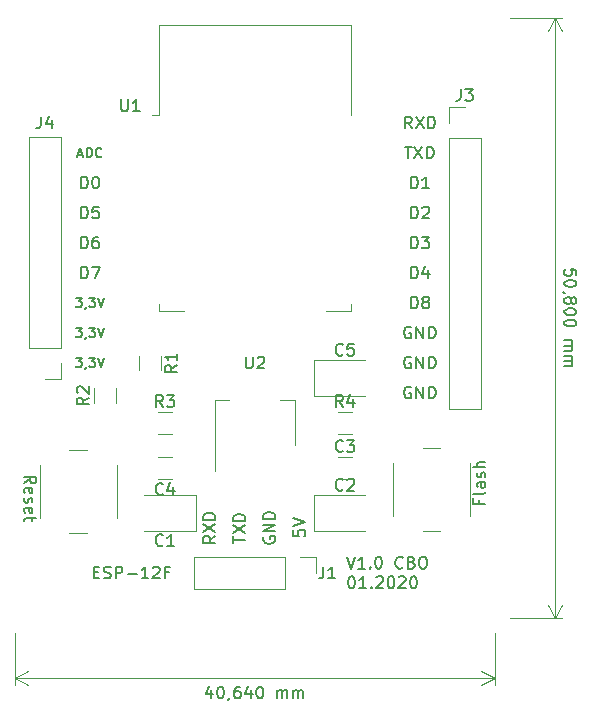
<source format=gbr>
G04 #@! TF.GenerationSoftware,KiCad,Pcbnew,5.1.5-52549c5~84~ubuntu16.04.1*
G04 #@! TF.CreationDate,2020-02-22T18:21:11+01:00*
G04 #@! TF.ProjectId,ESP-12F Board,4553502d-3132-4462-9042-6f6172642e6b,rev?*
G04 #@! TF.SameCoordinates,Original*
G04 #@! TF.FileFunction,Legend,Top*
G04 #@! TF.FilePolarity,Positive*
%FSLAX46Y46*%
G04 Gerber Fmt 4.6, Leading zero omitted, Abs format (unit mm)*
G04 Created by KiCad (PCBNEW 5.1.5-52549c5~84~ubuntu16.04.1) date 2020-02-22 18:21:11*
%MOMM*%
%LPD*%
G04 APERTURE LIST*
%ADD10C,0.150000*%
%ADD11C,0.120000*%
%ADD12C,0.130000*%
G04 APERTURE END LIST*
D10*
X162752738Y-109117380D02*
X163086071Y-110117380D01*
X163419404Y-109117380D01*
X164276547Y-110117380D02*
X163705119Y-110117380D01*
X163990833Y-110117380D02*
X163990833Y-109117380D01*
X163895595Y-109260238D01*
X163800357Y-109355476D01*
X163705119Y-109403095D01*
X164705119Y-110022142D02*
X164752738Y-110069761D01*
X164705119Y-110117380D01*
X164657500Y-110069761D01*
X164705119Y-110022142D01*
X164705119Y-110117380D01*
X165371785Y-109117380D02*
X165467023Y-109117380D01*
X165562261Y-109165000D01*
X165609880Y-109212619D01*
X165657500Y-109307857D01*
X165705119Y-109498333D01*
X165705119Y-109736428D01*
X165657500Y-109926904D01*
X165609880Y-110022142D01*
X165562261Y-110069761D01*
X165467023Y-110117380D01*
X165371785Y-110117380D01*
X165276547Y-110069761D01*
X165228928Y-110022142D01*
X165181309Y-109926904D01*
X165133690Y-109736428D01*
X165133690Y-109498333D01*
X165181309Y-109307857D01*
X165228928Y-109212619D01*
X165276547Y-109165000D01*
X165371785Y-109117380D01*
X167467023Y-110022142D02*
X167419404Y-110069761D01*
X167276547Y-110117380D01*
X167181309Y-110117380D01*
X167038452Y-110069761D01*
X166943214Y-109974523D01*
X166895595Y-109879285D01*
X166847976Y-109688809D01*
X166847976Y-109545952D01*
X166895595Y-109355476D01*
X166943214Y-109260238D01*
X167038452Y-109165000D01*
X167181309Y-109117380D01*
X167276547Y-109117380D01*
X167419404Y-109165000D01*
X167467023Y-109212619D01*
X168228928Y-109593571D02*
X168371785Y-109641190D01*
X168419404Y-109688809D01*
X168467023Y-109784047D01*
X168467023Y-109926904D01*
X168419404Y-110022142D01*
X168371785Y-110069761D01*
X168276547Y-110117380D01*
X167895595Y-110117380D01*
X167895595Y-109117380D01*
X168228928Y-109117380D01*
X168324166Y-109165000D01*
X168371785Y-109212619D01*
X168419404Y-109307857D01*
X168419404Y-109403095D01*
X168371785Y-109498333D01*
X168324166Y-109545952D01*
X168228928Y-109593571D01*
X167895595Y-109593571D01*
X169086071Y-109117380D02*
X169276547Y-109117380D01*
X169371785Y-109165000D01*
X169467023Y-109260238D01*
X169514642Y-109450714D01*
X169514642Y-109784047D01*
X169467023Y-109974523D01*
X169371785Y-110069761D01*
X169276547Y-110117380D01*
X169086071Y-110117380D01*
X168990833Y-110069761D01*
X168895595Y-109974523D01*
X168847976Y-109784047D01*
X168847976Y-109450714D01*
X168895595Y-109260238D01*
X168990833Y-109165000D01*
X169086071Y-109117380D01*
X163086071Y-110767380D02*
X163181309Y-110767380D01*
X163276547Y-110815000D01*
X163324166Y-110862619D01*
X163371785Y-110957857D01*
X163419404Y-111148333D01*
X163419404Y-111386428D01*
X163371785Y-111576904D01*
X163324166Y-111672142D01*
X163276547Y-111719761D01*
X163181309Y-111767380D01*
X163086071Y-111767380D01*
X162990833Y-111719761D01*
X162943214Y-111672142D01*
X162895595Y-111576904D01*
X162847976Y-111386428D01*
X162847976Y-111148333D01*
X162895595Y-110957857D01*
X162943214Y-110862619D01*
X162990833Y-110815000D01*
X163086071Y-110767380D01*
X164371785Y-111767380D02*
X163800357Y-111767380D01*
X164086071Y-111767380D02*
X164086071Y-110767380D01*
X163990833Y-110910238D01*
X163895595Y-111005476D01*
X163800357Y-111053095D01*
X164800357Y-111672142D02*
X164847976Y-111719761D01*
X164800357Y-111767380D01*
X164752738Y-111719761D01*
X164800357Y-111672142D01*
X164800357Y-111767380D01*
X165228928Y-110862619D02*
X165276547Y-110815000D01*
X165371785Y-110767380D01*
X165609880Y-110767380D01*
X165705119Y-110815000D01*
X165752738Y-110862619D01*
X165800357Y-110957857D01*
X165800357Y-111053095D01*
X165752738Y-111195952D01*
X165181309Y-111767380D01*
X165800357Y-111767380D01*
X166419404Y-110767380D02*
X166514642Y-110767380D01*
X166609880Y-110815000D01*
X166657500Y-110862619D01*
X166705119Y-110957857D01*
X166752738Y-111148333D01*
X166752738Y-111386428D01*
X166705119Y-111576904D01*
X166657500Y-111672142D01*
X166609880Y-111719761D01*
X166514642Y-111767380D01*
X166419404Y-111767380D01*
X166324166Y-111719761D01*
X166276547Y-111672142D01*
X166228928Y-111576904D01*
X166181309Y-111386428D01*
X166181309Y-111148333D01*
X166228928Y-110957857D01*
X166276547Y-110862619D01*
X166324166Y-110815000D01*
X166419404Y-110767380D01*
X167133690Y-110862619D02*
X167181309Y-110815000D01*
X167276547Y-110767380D01*
X167514642Y-110767380D01*
X167609880Y-110815000D01*
X167657500Y-110862619D01*
X167705119Y-110957857D01*
X167705119Y-111053095D01*
X167657500Y-111195952D01*
X167086071Y-111767380D01*
X167705119Y-111767380D01*
X168324166Y-110767380D02*
X168419404Y-110767380D01*
X168514642Y-110815000D01*
X168562261Y-110862619D01*
X168609880Y-110957857D01*
X168657500Y-111148333D01*
X168657500Y-111386428D01*
X168609880Y-111576904D01*
X168562261Y-111672142D01*
X168514642Y-111719761D01*
X168419404Y-111767380D01*
X168324166Y-111767380D01*
X168228928Y-111719761D01*
X168181309Y-111672142D01*
X168133690Y-111576904D01*
X168086071Y-111386428D01*
X168086071Y-111148333D01*
X168133690Y-110957857D01*
X168181309Y-110862619D01*
X168228928Y-110815000D01*
X168324166Y-110767380D01*
X155710000Y-107441904D02*
X155662380Y-107537142D01*
X155662380Y-107680000D01*
X155710000Y-107822857D01*
X155805238Y-107918095D01*
X155900476Y-107965714D01*
X156090952Y-108013333D01*
X156233809Y-108013333D01*
X156424285Y-107965714D01*
X156519523Y-107918095D01*
X156614761Y-107822857D01*
X156662380Y-107680000D01*
X156662380Y-107584761D01*
X156614761Y-107441904D01*
X156567142Y-107394285D01*
X156233809Y-107394285D01*
X156233809Y-107584761D01*
X156662380Y-106965714D02*
X155662380Y-106965714D01*
X156662380Y-106394285D01*
X155662380Y-106394285D01*
X156662380Y-105918095D02*
X155662380Y-105918095D01*
X155662380Y-105680000D01*
X155710000Y-105537142D01*
X155805238Y-105441904D01*
X155900476Y-105394285D01*
X156090952Y-105346666D01*
X156233809Y-105346666D01*
X156424285Y-105394285D01*
X156519523Y-105441904D01*
X156614761Y-105537142D01*
X156662380Y-105680000D01*
X156662380Y-105918095D01*
X151273333Y-120435714D02*
X151273333Y-121102380D01*
X151035238Y-120054761D02*
X150797142Y-120769047D01*
X151416190Y-120769047D01*
X151987619Y-120102380D02*
X152082857Y-120102380D01*
X152178095Y-120150000D01*
X152225714Y-120197619D01*
X152273333Y-120292857D01*
X152320952Y-120483333D01*
X152320952Y-120721428D01*
X152273333Y-120911904D01*
X152225714Y-121007142D01*
X152178095Y-121054761D01*
X152082857Y-121102380D01*
X151987619Y-121102380D01*
X151892380Y-121054761D01*
X151844761Y-121007142D01*
X151797142Y-120911904D01*
X151749523Y-120721428D01*
X151749523Y-120483333D01*
X151797142Y-120292857D01*
X151844761Y-120197619D01*
X151892380Y-120150000D01*
X151987619Y-120102380D01*
X152797142Y-121054761D02*
X152797142Y-121102380D01*
X152749523Y-121197619D01*
X152701904Y-121245238D01*
X153654285Y-120102380D02*
X153463809Y-120102380D01*
X153368571Y-120150000D01*
X153320952Y-120197619D01*
X153225714Y-120340476D01*
X153178095Y-120530952D01*
X153178095Y-120911904D01*
X153225714Y-121007142D01*
X153273333Y-121054761D01*
X153368571Y-121102380D01*
X153559047Y-121102380D01*
X153654285Y-121054761D01*
X153701904Y-121007142D01*
X153749523Y-120911904D01*
X153749523Y-120673809D01*
X153701904Y-120578571D01*
X153654285Y-120530952D01*
X153559047Y-120483333D01*
X153368571Y-120483333D01*
X153273333Y-120530952D01*
X153225714Y-120578571D01*
X153178095Y-120673809D01*
X154606666Y-120435714D02*
X154606666Y-121102380D01*
X154368571Y-120054761D02*
X154130476Y-120769047D01*
X154749523Y-120769047D01*
X155320952Y-120102380D02*
X155416190Y-120102380D01*
X155511428Y-120150000D01*
X155559047Y-120197619D01*
X155606666Y-120292857D01*
X155654285Y-120483333D01*
X155654285Y-120721428D01*
X155606666Y-120911904D01*
X155559047Y-121007142D01*
X155511428Y-121054761D01*
X155416190Y-121102380D01*
X155320952Y-121102380D01*
X155225714Y-121054761D01*
X155178095Y-121007142D01*
X155130476Y-120911904D01*
X155082857Y-120721428D01*
X155082857Y-120483333D01*
X155130476Y-120292857D01*
X155178095Y-120197619D01*
X155225714Y-120150000D01*
X155320952Y-120102380D01*
X156844761Y-121102380D02*
X156844761Y-120435714D01*
X156844761Y-120530952D02*
X156892380Y-120483333D01*
X156987619Y-120435714D01*
X157130476Y-120435714D01*
X157225714Y-120483333D01*
X157273333Y-120578571D01*
X157273333Y-121102380D01*
X157273333Y-120578571D02*
X157320952Y-120483333D01*
X157416190Y-120435714D01*
X157559047Y-120435714D01*
X157654285Y-120483333D01*
X157701904Y-120578571D01*
X157701904Y-121102380D01*
X158178095Y-121102380D02*
X158178095Y-120435714D01*
X158178095Y-120530952D02*
X158225714Y-120483333D01*
X158320952Y-120435714D01*
X158463809Y-120435714D01*
X158559047Y-120483333D01*
X158606666Y-120578571D01*
X158606666Y-121102380D01*
X158606666Y-120578571D02*
X158654285Y-120483333D01*
X158749523Y-120435714D01*
X158892380Y-120435714D01*
X158987619Y-120483333D01*
X159035238Y-120578571D01*
X159035238Y-121102380D01*
D11*
X134620000Y-119380000D02*
X175260000Y-119380000D01*
X134620000Y-115570000D02*
X134620000Y-119966421D01*
X175260000Y-115570000D02*
X175260000Y-119966421D01*
X175260000Y-119380000D02*
X174133496Y-119966421D01*
X175260000Y-119380000D02*
X174133496Y-118793579D01*
X134620000Y-119380000D02*
X135746504Y-119966421D01*
X134620000Y-119380000D02*
X135746504Y-118793579D01*
D10*
X182157619Y-85280952D02*
X182157619Y-84804761D01*
X181681428Y-84757142D01*
X181729047Y-84804761D01*
X181776666Y-84900000D01*
X181776666Y-85138095D01*
X181729047Y-85233333D01*
X181681428Y-85280952D01*
X181586190Y-85328571D01*
X181348095Y-85328571D01*
X181252857Y-85280952D01*
X181205238Y-85233333D01*
X181157619Y-85138095D01*
X181157619Y-84900000D01*
X181205238Y-84804761D01*
X181252857Y-84757142D01*
X182157619Y-85947619D02*
X182157619Y-86042857D01*
X182110000Y-86138095D01*
X182062380Y-86185714D01*
X181967142Y-86233333D01*
X181776666Y-86280952D01*
X181538571Y-86280952D01*
X181348095Y-86233333D01*
X181252857Y-86185714D01*
X181205238Y-86138095D01*
X181157619Y-86042857D01*
X181157619Y-85947619D01*
X181205238Y-85852380D01*
X181252857Y-85804761D01*
X181348095Y-85757142D01*
X181538571Y-85709523D01*
X181776666Y-85709523D01*
X181967142Y-85757142D01*
X182062380Y-85804761D01*
X182110000Y-85852380D01*
X182157619Y-85947619D01*
X181205238Y-86757142D02*
X181157619Y-86757142D01*
X181062380Y-86709523D01*
X181014761Y-86661904D01*
X181729047Y-87328571D02*
X181776666Y-87233333D01*
X181824285Y-87185714D01*
X181919523Y-87138095D01*
X181967142Y-87138095D01*
X182062380Y-87185714D01*
X182110000Y-87233333D01*
X182157619Y-87328571D01*
X182157619Y-87519047D01*
X182110000Y-87614285D01*
X182062380Y-87661904D01*
X181967142Y-87709523D01*
X181919523Y-87709523D01*
X181824285Y-87661904D01*
X181776666Y-87614285D01*
X181729047Y-87519047D01*
X181729047Y-87328571D01*
X181681428Y-87233333D01*
X181633809Y-87185714D01*
X181538571Y-87138095D01*
X181348095Y-87138095D01*
X181252857Y-87185714D01*
X181205238Y-87233333D01*
X181157619Y-87328571D01*
X181157619Y-87519047D01*
X181205238Y-87614285D01*
X181252857Y-87661904D01*
X181348095Y-87709523D01*
X181538571Y-87709523D01*
X181633809Y-87661904D01*
X181681428Y-87614285D01*
X181729047Y-87519047D01*
X182157619Y-88328571D02*
X182157619Y-88423809D01*
X182110000Y-88519047D01*
X182062380Y-88566666D01*
X181967142Y-88614285D01*
X181776666Y-88661904D01*
X181538571Y-88661904D01*
X181348095Y-88614285D01*
X181252857Y-88566666D01*
X181205238Y-88519047D01*
X181157619Y-88423809D01*
X181157619Y-88328571D01*
X181205238Y-88233333D01*
X181252857Y-88185714D01*
X181348095Y-88138095D01*
X181538571Y-88090476D01*
X181776666Y-88090476D01*
X181967142Y-88138095D01*
X182062380Y-88185714D01*
X182110000Y-88233333D01*
X182157619Y-88328571D01*
X182157619Y-89280952D02*
X182157619Y-89376190D01*
X182110000Y-89471428D01*
X182062380Y-89519047D01*
X181967142Y-89566666D01*
X181776666Y-89614285D01*
X181538571Y-89614285D01*
X181348095Y-89566666D01*
X181252857Y-89519047D01*
X181205238Y-89471428D01*
X181157619Y-89376190D01*
X181157619Y-89280952D01*
X181205238Y-89185714D01*
X181252857Y-89138095D01*
X181348095Y-89090476D01*
X181538571Y-89042857D01*
X181776666Y-89042857D01*
X181967142Y-89090476D01*
X182062380Y-89138095D01*
X182110000Y-89185714D01*
X182157619Y-89280952D01*
X181157619Y-90804761D02*
X181824285Y-90804761D01*
X181729047Y-90804761D02*
X181776666Y-90852380D01*
X181824285Y-90947619D01*
X181824285Y-91090476D01*
X181776666Y-91185714D01*
X181681428Y-91233333D01*
X181157619Y-91233333D01*
X181681428Y-91233333D02*
X181776666Y-91280952D01*
X181824285Y-91376190D01*
X181824285Y-91519047D01*
X181776666Y-91614285D01*
X181681428Y-91661904D01*
X181157619Y-91661904D01*
X181157619Y-92138095D02*
X181824285Y-92138095D01*
X181729047Y-92138095D02*
X181776666Y-92185714D01*
X181824285Y-92280952D01*
X181824285Y-92423809D01*
X181776666Y-92519047D01*
X181681428Y-92566666D01*
X181157619Y-92566666D01*
X181681428Y-92566666D02*
X181776666Y-92614285D01*
X181824285Y-92709523D01*
X181824285Y-92852380D01*
X181776666Y-92947619D01*
X181681428Y-92995238D01*
X181157619Y-92995238D01*
D11*
X180340000Y-63500000D02*
X180340000Y-114300000D01*
X176530000Y-63500000D02*
X180926421Y-63500000D01*
X176530000Y-114300000D02*
X180926421Y-114300000D01*
X180340000Y-114300000D02*
X179753579Y-113173496D01*
X180340000Y-114300000D02*
X180926421Y-113173496D01*
X180340000Y-63500000D02*
X179753579Y-64626504D01*
X180340000Y-63500000D02*
X180926421Y-64626504D01*
D10*
X168148095Y-94750000D02*
X168052857Y-94702380D01*
X167910000Y-94702380D01*
X167767142Y-94750000D01*
X167671904Y-94845238D01*
X167624285Y-94940476D01*
X167576666Y-95130952D01*
X167576666Y-95273809D01*
X167624285Y-95464285D01*
X167671904Y-95559523D01*
X167767142Y-95654761D01*
X167910000Y-95702380D01*
X168005238Y-95702380D01*
X168148095Y-95654761D01*
X168195714Y-95607142D01*
X168195714Y-95273809D01*
X168005238Y-95273809D01*
X168624285Y-95702380D02*
X168624285Y-94702380D01*
X169195714Y-95702380D01*
X169195714Y-94702380D01*
X169671904Y-95702380D02*
X169671904Y-94702380D01*
X169910000Y-94702380D01*
X170052857Y-94750000D01*
X170148095Y-94845238D01*
X170195714Y-94940476D01*
X170243333Y-95130952D01*
X170243333Y-95273809D01*
X170195714Y-95464285D01*
X170148095Y-95559523D01*
X170052857Y-95654761D01*
X169910000Y-95702380D01*
X169671904Y-95702380D01*
X168148095Y-92210000D02*
X168052857Y-92162380D01*
X167910000Y-92162380D01*
X167767142Y-92210000D01*
X167671904Y-92305238D01*
X167624285Y-92400476D01*
X167576666Y-92590952D01*
X167576666Y-92733809D01*
X167624285Y-92924285D01*
X167671904Y-93019523D01*
X167767142Y-93114761D01*
X167910000Y-93162380D01*
X168005238Y-93162380D01*
X168148095Y-93114761D01*
X168195714Y-93067142D01*
X168195714Y-92733809D01*
X168005238Y-92733809D01*
X168624285Y-93162380D02*
X168624285Y-92162380D01*
X169195714Y-93162380D01*
X169195714Y-92162380D01*
X169671904Y-93162380D02*
X169671904Y-92162380D01*
X169910000Y-92162380D01*
X170052857Y-92210000D01*
X170148095Y-92305238D01*
X170195714Y-92400476D01*
X170243333Y-92590952D01*
X170243333Y-92733809D01*
X170195714Y-92924285D01*
X170148095Y-93019523D01*
X170052857Y-93114761D01*
X169910000Y-93162380D01*
X169671904Y-93162380D01*
X168148095Y-89670000D02*
X168052857Y-89622380D01*
X167910000Y-89622380D01*
X167767142Y-89670000D01*
X167671904Y-89765238D01*
X167624285Y-89860476D01*
X167576666Y-90050952D01*
X167576666Y-90193809D01*
X167624285Y-90384285D01*
X167671904Y-90479523D01*
X167767142Y-90574761D01*
X167910000Y-90622380D01*
X168005238Y-90622380D01*
X168148095Y-90574761D01*
X168195714Y-90527142D01*
X168195714Y-90193809D01*
X168005238Y-90193809D01*
X168624285Y-90622380D02*
X168624285Y-89622380D01*
X169195714Y-90622380D01*
X169195714Y-89622380D01*
X169671904Y-90622380D02*
X169671904Y-89622380D01*
X169910000Y-89622380D01*
X170052857Y-89670000D01*
X170148095Y-89765238D01*
X170195714Y-89860476D01*
X170243333Y-90050952D01*
X170243333Y-90193809D01*
X170195714Y-90384285D01*
X170148095Y-90479523D01*
X170052857Y-90574761D01*
X169910000Y-90622380D01*
X169671904Y-90622380D01*
X168171904Y-88082380D02*
X168171904Y-87082380D01*
X168410000Y-87082380D01*
X168552857Y-87130000D01*
X168648095Y-87225238D01*
X168695714Y-87320476D01*
X168743333Y-87510952D01*
X168743333Y-87653809D01*
X168695714Y-87844285D01*
X168648095Y-87939523D01*
X168552857Y-88034761D01*
X168410000Y-88082380D01*
X168171904Y-88082380D01*
X169314761Y-87510952D02*
X169219523Y-87463333D01*
X169171904Y-87415714D01*
X169124285Y-87320476D01*
X169124285Y-87272857D01*
X169171904Y-87177619D01*
X169219523Y-87130000D01*
X169314761Y-87082380D01*
X169505238Y-87082380D01*
X169600476Y-87130000D01*
X169648095Y-87177619D01*
X169695714Y-87272857D01*
X169695714Y-87320476D01*
X169648095Y-87415714D01*
X169600476Y-87463333D01*
X169505238Y-87510952D01*
X169314761Y-87510952D01*
X169219523Y-87558571D01*
X169171904Y-87606190D01*
X169124285Y-87701428D01*
X169124285Y-87891904D01*
X169171904Y-87987142D01*
X169219523Y-88034761D01*
X169314761Y-88082380D01*
X169505238Y-88082380D01*
X169600476Y-88034761D01*
X169648095Y-87987142D01*
X169695714Y-87891904D01*
X169695714Y-87701428D01*
X169648095Y-87606190D01*
X169600476Y-87558571D01*
X169505238Y-87510952D01*
X168171904Y-85542380D02*
X168171904Y-84542380D01*
X168410000Y-84542380D01*
X168552857Y-84590000D01*
X168648095Y-84685238D01*
X168695714Y-84780476D01*
X168743333Y-84970952D01*
X168743333Y-85113809D01*
X168695714Y-85304285D01*
X168648095Y-85399523D01*
X168552857Y-85494761D01*
X168410000Y-85542380D01*
X168171904Y-85542380D01*
X169600476Y-84875714D02*
X169600476Y-85542380D01*
X169362380Y-84494761D02*
X169124285Y-85209047D01*
X169743333Y-85209047D01*
X168171904Y-83002380D02*
X168171904Y-82002380D01*
X168410000Y-82002380D01*
X168552857Y-82050000D01*
X168648095Y-82145238D01*
X168695714Y-82240476D01*
X168743333Y-82430952D01*
X168743333Y-82573809D01*
X168695714Y-82764285D01*
X168648095Y-82859523D01*
X168552857Y-82954761D01*
X168410000Y-83002380D01*
X168171904Y-83002380D01*
X169076666Y-82002380D02*
X169695714Y-82002380D01*
X169362380Y-82383333D01*
X169505238Y-82383333D01*
X169600476Y-82430952D01*
X169648095Y-82478571D01*
X169695714Y-82573809D01*
X169695714Y-82811904D01*
X169648095Y-82907142D01*
X169600476Y-82954761D01*
X169505238Y-83002380D01*
X169219523Y-83002380D01*
X169124285Y-82954761D01*
X169076666Y-82907142D01*
X168171904Y-80462380D02*
X168171904Y-79462380D01*
X168410000Y-79462380D01*
X168552857Y-79510000D01*
X168648095Y-79605238D01*
X168695714Y-79700476D01*
X168743333Y-79890952D01*
X168743333Y-80033809D01*
X168695714Y-80224285D01*
X168648095Y-80319523D01*
X168552857Y-80414761D01*
X168410000Y-80462380D01*
X168171904Y-80462380D01*
X169124285Y-79557619D02*
X169171904Y-79510000D01*
X169267142Y-79462380D01*
X169505238Y-79462380D01*
X169600476Y-79510000D01*
X169648095Y-79557619D01*
X169695714Y-79652857D01*
X169695714Y-79748095D01*
X169648095Y-79890952D01*
X169076666Y-80462380D01*
X169695714Y-80462380D01*
X168171904Y-77922380D02*
X168171904Y-76922380D01*
X168410000Y-76922380D01*
X168552857Y-76970000D01*
X168648095Y-77065238D01*
X168695714Y-77160476D01*
X168743333Y-77350952D01*
X168743333Y-77493809D01*
X168695714Y-77684285D01*
X168648095Y-77779523D01*
X168552857Y-77874761D01*
X168410000Y-77922380D01*
X168171904Y-77922380D01*
X169695714Y-77922380D02*
X169124285Y-77922380D01*
X169410000Y-77922380D02*
X169410000Y-76922380D01*
X169314761Y-77065238D01*
X169219523Y-77160476D01*
X169124285Y-77208095D01*
X167648095Y-74382380D02*
X168219523Y-74382380D01*
X167933809Y-75382380D02*
X167933809Y-74382380D01*
X168457619Y-74382380D02*
X169124285Y-75382380D01*
X169124285Y-74382380D02*
X168457619Y-75382380D01*
X169505238Y-75382380D02*
X169505238Y-74382380D01*
X169743333Y-74382380D01*
X169886190Y-74430000D01*
X169981428Y-74525238D01*
X170029047Y-74620476D01*
X170076666Y-74810952D01*
X170076666Y-74953809D01*
X170029047Y-75144285D01*
X169981428Y-75239523D01*
X169886190Y-75334761D01*
X169743333Y-75382380D01*
X169505238Y-75382380D01*
X168243333Y-72842380D02*
X167910000Y-72366190D01*
X167671904Y-72842380D02*
X167671904Y-71842380D01*
X168052857Y-71842380D01*
X168148095Y-71890000D01*
X168195714Y-71937619D01*
X168243333Y-72032857D01*
X168243333Y-72175714D01*
X168195714Y-72270952D01*
X168148095Y-72318571D01*
X168052857Y-72366190D01*
X167671904Y-72366190D01*
X168576666Y-71842380D02*
X169243333Y-72842380D01*
X169243333Y-71842380D02*
X168576666Y-72842380D01*
X169624285Y-72842380D02*
X169624285Y-71842380D01*
X169862380Y-71842380D01*
X170005238Y-71890000D01*
X170100476Y-71985238D01*
X170148095Y-72080476D01*
X170195714Y-72270952D01*
X170195714Y-72413809D01*
X170148095Y-72604285D01*
X170100476Y-72699523D01*
X170005238Y-72794761D01*
X169862380Y-72842380D01*
X169624285Y-72842380D01*
D12*
X139789047Y-92271904D02*
X140284285Y-92271904D01*
X140017619Y-92576666D01*
X140131904Y-92576666D01*
X140208095Y-92614761D01*
X140246190Y-92652857D01*
X140284285Y-92729047D01*
X140284285Y-92919523D01*
X140246190Y-92995714D01*
X140208095Y-93033809D01*
X140131904Y-93071904D01*
X139903333Y-93071904D01*
X139827142Y-93033809D01*
X139789047Y-92995714D01*
X140665238Y-93033809D02*
X140665238Y-93071904D01*
X140627142Y-93148095D01*
X140589047Y-93186190D01*
X140931904Y-92271904D02*
X141427142Y-92271904D01*
X141160476Y-92576666D01*
X141274761Y-92576666D01*
X141350952Y-92614761D01*
X141389047Y-92652857D01*
X141427142Y-92729047D01*
X141427142Y-92919523D01*
X141389047Y-92995714D01*
X141350952Y-93033809D01*
X141274761Y-93071904D01*
X141046190Y-93071904D01*
X140970000Y-93033809D01*
X140931904Y-92995714D01*
X141655714Y-92271904D02*
X141922380Y-93071904D01*
X142189047Y-92271904D01*
X139789047Y-89731904D02*
X140284285Y-89731904D01*
X140017619Y-90036666D01*
X140131904Y-90036666D01*
X140208095Y-90074761D01*
X140246190Y-90112857D01*
X140284285Y-90189047D01*
X140284285Y-90379523D01*
X140246190Y-90455714D01*
X140208095Y-90493809D01*
X140131904Y-90531904D01*
X139903333Y-90531904D01*
X139827142Y-90493809D01*
X139789047Y-90455714D01*
X140665238Y-90493809D02*
X140665238Y-90531904D01*
X140627142Y-90608095D01*
X140589047Y-90646190D01*
X140931904Y-89731904D02*
X141427142Y-89731904D01*
X141160476Y-90036666D01*
X141274761Y-90036666D01*
X141350952Y-90074761D01*
X141389047Y-90112857D01*
X141427142Y-90189047D01*
X141427142Y-90379523D01*
X141389047Y-90455714D01*
X141350952Y-90493809D01*
X141274761Y-90531904D01*
X141046190Y-90531904D01*
X140970000Y-90493809D01*
X140931904Y-90455714D01*
X141655714Y-89731904D02*
X141922380Y-90531904D01*
X142189047Y-89731904D01*
X139789047Y-87191904D02*
X140284285Y-87191904D01*
X140017619Y-87496666D01*
X140131904Y-87496666D01*
X140208095Y-87534761D01*
X140246190Y-87572857D01*
X140284285Y-87649047D01*
X140284285Y-87839523D01*
X140246190Y-87915714D01*
X140208095Y-87953809D01*
X140131904Y-87991904D01*
X139903333Y-87991904D01*
X139827142Y-87953809D01*
X139789047Y-87915714D01*
X140665238Y-87953809D02*
X140665238Y-87991904D01*
X140627142Y-88068095D01*
X140589047Y-88106190D01*
X140931904Y-87191904D02*
X141427142Y-87191904D01*
X141160476Y-87496666D01*
X141274761Y-87496666D01*
X141350952Y-87534761D01*
X141389047Y-87572857D01*
X141427142Y-87649047D01*
X141427142Y-87839523D01*
X141389047Y-87915714D01*
X141350952Y-87953809D01*
X141274761Y-87991904D01*
X141046190Y-87991904D01*
X140970000Y-87953809D01*
X140931904Y-87915714D01*
X141655714Y-87191904D02*
X141922380Y-87991904D01*
X142189047Y-87191904D01*
D10*
X140231904Y-85542380D02*
X140231904Y-84542380D01*
X140470000Y-84542380D01*
X140612857Y-84590000D01*
X140708095Y-84685238D01*
X140755714Y-84780476D01*
X140803333Y-84970952D01*
X140803333Y-85113809D01*
X140755714Y-85304285D01*
X140708095Y-85399523D01*
X140612857Y-85494761D01*
X140470000Y-85542380D01*
X140231904Y-85542380D01*
X141136666Y-84542380D02*
X141803333Y-84542380D01*
X141374761Y-85542380D01*
X140231904Y-83002380D02*
X140231904Y-82002380D01*
X140470000Y-82002380D01*
X140612857Y-82050000D01*
X140708095Y-82145238D01*
X140755714Y-82240476D01*
X140803333Y-82430952D01*
X140803333Y-82573809D01*
X140755714Y-82764285D01*
X140708095Y-82859523D01*
X140612857Y-82954761D01*
X140470000Y-83002380D01*
X140231904Y-83002380D01*
X141660476Y-82002380D02*
X141470000Y-82002380D01*
X141374761Y-82050000D01*
X141327142Y-82097619D01*
X141231904Y-82240476D01*
X141184285Y-82430952D01*
X141184285Y-82811904D01*
X141231904Y-82907142D01*
X141279523Y-82954761D01*
X141374761Y-83002380D01*
X141565238Y-83002380D01*
X141660476Y-82954761D01*
X141708095Y-82907142D01*
X141755714Y-82811904D01*
X141755714Y-82573809D01*
X141708095Y-82478571D01*
X141660476Y-82430952D01*
X141565238Y-82383333D01*
X141374761Y-82383333D01*
X141279523Y-82430952D01*
X141231904Y-82478571D01*
X141184285Y-82573809D01*
X140231904Y-80462380D02*
X140231904Y-79462380D01*
X140470000Y-79462380D01*
X140612857Y-79510000D01*
X140708095Y-79605238D01*
X140755714Y-79700476D01*
X140803333Y-79890952D01*
X140803333Y-80033809D01*
X140755714Y-80224285D01*
X140708095Y-80319523D01*
X140612857Y-80414761D01*
X140470000Y-80462380D01*
X140231904Y-80462380D01*
X141708095Y-79462380D02*
X141231904Y-79462380D01*
X141184285Y-79938571D01*
X141231904Y-79890952D01*
X141327142Y-79843333D01*
X141565238Y-79843333D01*
X141660476Y-79890952D01*
X141708095Y-79938571D01*
X141755714Y-80033809D01*
X141755714Y-80271904D01*
X141708095Y-80367142D01*
X141660476Y-80414761D01*
X141565238Y-80462380D01*
X141327142Y-80462380D01*
X141231904Y-80414761D01*
X141184285Y-80367142D01*
X140231904Y-77922380D02*
X140231904Y-76922380D01*
X140470000Y-76922380D01*
X140612857Y-76970000D01*
X140708095Y-77065238D01*
X140755714Y-77160476D01*
X140803333Y-77350952D01*
X140803333Y-77493809D01*
X140755714Y-77684285D01*
X140708095Y-77779523D01*
X140612857Y-77874761D01*
X140470000Y-77922380D01*
X140231904Y-77922380D01*
X141422380Y-76922380D02*
X141517619Y-76922380D01*
X141612857Y-76970000D01*
X141660476Y-77017619D01*
X141708095Y-77112857D01*
X141755714Y-77303333D01*
X141755714Y-77541428D01*
X141708095Y-77731904D01*
X141660476Y-77827142D01*
X141612857Y-77874761D01*
X141517619Y-77922380D01*
X141422380Y-77922380D01*
X141327142Y-77874761D01*
X141279523Y-77827142D01*
X141231904Y-77731904D01*
X141184285Y-77541428D01*
X141184285Y-77303333D01*
X141231904Y-77112857D01*
X141279523Y-77017619D01*
X141327142Y-76970000D01*
X141422380Y-76922380D01*
D12*
X139979523Y-75063333D02*
X140360476Y-75063333D01*
X139903333Y-75291904D02*
X140170000Y-74491904D01*
X140436666Y-75291904D01*
X140703333Y-75291904D02*
X140703333Y-74491904D01*
X140893809Y-74491904D01*
X141008095Y-74530000D01*
X141084285Y-74606190D01*
X141122380Y-74682380D01*
X141160476Y-74834761D01*
X141160476Y-74949047D01*
X141122380Y-75101428D01*
X141084285Y-75177619D01*
X141008095Y-75253809D01*
X140893809Y-75291904D01*
X140703333Y-75291904D01*
X141960476Y-75215714D02*
X141922380Y-75253809D01*
X141808095Y-75291904D01*
X141731904Y-75291904D01*
X141617619Y-75253809D01*
X141541428Y-75177619D01*
X141503333Y-75101428D01*
X141465238Y-74949047D01*
X141465238Y-74834761D01*
X141503333Y-74682380D01*
X141541428Y-74606190D01*
X141617619Y-74530000D01*
X141731904Y-74491904D01*
X141808095Y-74491904D01*
X141922380Y-74530000D01*
X141960476Y-74568095D01*
D10*
X158202380Y-106870476D02*
X158202380Y-107346666D01*
X158678571Y-107394285D01*
X158630952Y-107346666D01*
X158583333Y-107251428D01*
X158583333Y-107013333D01*
X158630952Y-106918095D01*
X158678571Y-106870476D01*
X158773809Y-106822857D01*
X159011904Y-106822857D01*
X159107142Y-106870476D01*
X159154761Y-106918095D01*
X159202380Y-107013333D01*
X159202380Y-107251428D01*
X159154761Y-107346666D01*
X159107142Y-107394285D01*
X158202380Y-106537142D02*
X159202380Y-106203809D01*
X158202380Y-105870476D01*
X153122380Y-107941904D02*
X153122380Y-107370476D01*
X154122380Y-107656190D02*
X153122380Y-107656190D01*
X153122380Y-107132380D02*
X154122380Y-106465714D01*
X153122380Y-106465714D02*
X154122380Y-107132380D01*
X154122380Y-106084761D02*
X153122380Y-106084761D01*
X153122380Y-105846666D01*
X153170000Y-105703809D01*
X153265238Y-105608571D01*
X153360476Y-105560952D01*
X153550952Y-105513333D01*
X153693809Y-105513333D01*
X153884285Y-105560952D01*
X153979523Y-105608571D01*
X154074761Y-105703809D01*
X154122380Y-105846666D01*
X154122380Y-106084761D01*
X151582380Y-107346666D02*
X151106190Y-107680000D01*
X151582380Y-107918095D02*
X150582380Y-107918095D01*
X150582380Y-107537142D01*
X150630000Y-107441904D01*
X150677619Y-107394285D01*
X150772857Y-107346666D01*
X150915714Y-107346666D01*
X151010952Y-107394285D01*
X151058571Y-107441904D01*
X151106190Y-107537142D01*
X151106190Y-107918095D01*
X150582380Y-107013333D02*
X151582380Y-106346666D01*
X150582380Y-106346666D02*
X151582380Y-107013333D01*
X151582380Y-105965714D02*
X150582380Y-105965714D01*
X150582380Y-105727619D01*
X150630000Y-105584761D01*
X150725238Y-105489523D01*
X150820476Y-105441904D01*
X151010952Y-105394285D01*
X151153809Y-105394285D01*
X151344285Y-105441904D01*
X151439523Y-105489523D01*
X151534761Y-105584761D01*
X151582380Y-105727619D01*
X151582380Y-105965714D01*
X141305595Y-110418571D02*
X141638928Y-110418571D01*
X141781785Y-110942380D02*
X141305595Y-110942380D01*
X141305595Y-109942380D01*
X141781785Y-109942380D01*
X142162738Y-110894761D02*
X142305595Y-110942380D01*
X142543690Y-110942380D01*
X142638928Y-110894761D01*
X142686547Y-110847142D01*
X142734166Y-110751904D01*
X142734166Y-110656666D01*
X142686547Y-110561428D01*
X142638928Y-110513809D01*
X142543690Y-110466190D01*
X142353214Y-110418571D01*
X142257976Y-110370952D01*
X142210357Y-110323333D01*
X142162738Y-110228095D01*
X142162738Y-110132857D01*
X142210357Y-110037619D01*
X142257976Y-109990000D01*
X142353214Y-109942380D01*
X142591309Y-109942380D01*
X142734166Y-109990000D01*
X143162738Y-110942380D02*
X143162738Y-109942380D01*
X143543690Y-109942380D01*
X143638928Y-109990000D01*
X143686547Y-110037619D01*
X143734166Y-110132857D01*
X143734166Y-110275714D01*
X143686547Y-110370952D01*
X143638928Y-110418571D01*
X143543690Y-110466190D01*
X143162738Y-110466190D01*
X144162738Y-110561428D02*
X144924642Y-110561428D01*
X145924642Y-110942380D02*
X145353214Y-110942380D01*
X145638928Y-110942380D02*
X145638928Y-109942380D01*
X145543690Y-110085238D01*
X145448452Y-110180476D01*
X145353214Y-110228095D01*
X146305595Y-110037619D02*
X146353214Y-109990000D01*
X146448452Y-109942380D01*
X146686547Y-109942380D01*
X146781785Y-109990000D01*
X146829404Y-110037619D01*
X146877023Y-110132857D01*
X146877023Y-110228095D01*
X146829404Y-110370952D01*
X146257976Y-110942380D01*
X146877023Y-110942380D01*
X147638928Y-110418571D02*
X147305595Y-110418571D01*
X147305595Y-110942380D02*
X147305595Y-109942380D01*
X147781785Y-109942380D01*
D11*
X170640000Y-99930000D02*
X169140000Y-99930000D01*
X166640000Y-101180000D02*
X166640000Y-105680000D01*
X169140000Y-106930000D02*
X170640000Y-106930000D01*
X173140000Y-105680000D02*
X173140000Y-101180000D01*
X136740000Y-101330000D02*
X136740000Y-105830000D01*
X140740000Y-100080000D02*
X139240000Y-100080000D01*
X143240000Y-105830000D02*
X143240000Y-101330000D01*
X139240000Y-107080000D02*
X140740000Y-107080000D01*
X171390000Y-96580000D02*
X174050000Y-96580000D01*
X171390000Y-73660000D02*
X171390000Y-96580000D01*
X174050000Y-73660000D02*
X174050000Y-96580000D01*
X171390000Y-73660000D02*
X174050000Y-73660000D01*
X171390000Y-72390000D02*
X171390000Y-71060000D01*
X171390000Y-71060000D02*
X172720000Y-71060000D01*
X138490000Y-73600000D02*
X135830000Y-73600000D01*
X138490000Y-91440000D02*
X138490000Y-73600000D01*
X135830000Y-91440000D02*
X135830000Y-73600000D01*
X138490000Y-91440000D02*
X135830000Y-91440000D01*
X138490000Y-92710000D02*
X138490000Y-94040000D01*
X138490000Y-94040000D02*
X137160000Y-94040000D01*
X146820000Y-64080000D02*
X163060000Y-64080000D01*
X163060000Y-64080000D02*
X163060000Y-71700000D01*
X163060000Y-87700000D02*
X163060000Y-88320000D01*
X163060000Y-88320000D02*
X160940000Y-88320000D01*
X148940000Y-88320000D02*
X146820000Y-88320000D01*
X146820000Y-88320000D02*
X146820000Y-87700000D01*
X146820000Y-71700000D02*
X146820000Y-64080000D01*
X146820000Y-71700000D02*
X146210000Y-71700000D01*
X145570000Y-106920000D02*
X149955000Y-106920000D01*
X149955000Y-106920000D02*
X149955000Y-103900000D01*
X149955000Y-103900000D02*
X145570000Y-103900000D01*
X159925000Y-106920000D02*
X164310000Y-106920000D01*
X159925000Y-103900000D02*
X159925000Y-106920000D01*
X164310000Y-103900000D02*
X159925000Y-103900000D01*
X161957936Y-102510000D02*
X163162064Y-102510000D01*
X161957936Y-100690000D02*
X163162064Y-100690000D01*
X147922064Y-102510000D02*
X146717936Y-102510000D01*
X147922064Y-100690000D02*
X146717936Y-100690000D01*
X164310000Y-92470000D02*
X159925000Y-92470000D01*
X159925000Y-92470000D02*
X159925000Y-95490000D01*
X159925000Y-95490000D02*
X164310000Y-95490000D01*
X146960000Y-92107936D02*
X146960000Y-93312064D01*
X145140000Y-92107936D02*
X145140000Y-93312064D01*
X143150000Y-96069564D02*
X143150000Y-94865436D01*
X141330000Y-96069564D02*
X141330000Y-94865436D01*
X146717936Y-96880000D02*
X147922064Y-96880000D01*
X146717936Y-98700000D02*
X147922064Y-98700000D01*
X161957936Y-98700000D02*
X163162064Y-98700000D01*
X161957936Y-96880000D02*
X163162064Y-96880000D01*
X158350000Y-95880000D02*
X157090000Y-95880000D01*
X151530000Y-95880000D02*
X152790000Y-95880000D01*
X158350000Y-99640000D02*
X158350000Y-95880000D01*
X151530000Y-101890000D02*
X151530000Y-95880000D01*
X149800000Y-109160000D02*
X149800000Y-111820000D01*
X157480000Y-109160000D02*
X149800000Y-109160000D01*
X157480000Y-111820000D02*
X149800000Y-111820000D01*
X157480000Y-109160000D02*
X157480000Y-111820000D01*
X158750000Y-109160000D02*
X160080000Y-109160000D01*
X160080000Y-109160000D02*
X160080000Y-110490000D01*
D10*
X173918571Y-104298571D02*
X173918571Y-104631904D01*
X174442380Y-104631904D02*
X173442380Y-104631904D01*
X173442380Y-104155714D01*
X174442380Y-103631904D02*
X174394761Y-103727142D01*
X174299523Y-103774761D01*
X173442380Y-103774761D01*
X174442380Y-102822380D02*
X173918571Y-102822380D01*
X173823333Y-102870000D01*
X173775714Y-102965238D01*
X173775714Y-103155714D01*
X173823333Y-103250952D01*
X174394761Y-102822380D02*
X174442380Y-102917619D01*
X174442380Y-103155714D01*
X174394761Y-103250952D01*
X174299523Y-103298571D01*
X174204285Y-103298571D01*
X174109047Y-103250952D01*
X174061428Y-103155714D01*
X174061428Y-102917619D01*
X174013809Y-102822380D01*
X174394761Y-102393809D02*
X174442380Y-102298571D01*
X174442380Y-102108095D01*
X174394761Y-102012857D01*
X174299523Y-101965238D01*
X174251904Y-101965238D01*
X174156666Y-102012857D01*
X174109047Y-102108095D01*
X174109047Y-102250952D01*
X174061428Y-102346190D01*
X173966190Y-102393809D01*
X173918571Y-102393809D01*
X173823333Y-102346190D01*
X173775714Y-102250952D01*
X173775714Y-102108095D01*
X173823333Y-102012857D01*
X174442380Y-101536666D02*
X173442380Y-101536666D01*
X174442380Y-101108095D02*
X173918571Y-101108095D01*
X173823333Y-101155714D01*
X173775714Y-101250952D01*
X173775714Y-101393809D01*
X173823333Y-101489047D01*
X173870952Y-101536666D01*
X135437619Y-102901904D02*
X135913809Y-102568571D01*
X135437619Y-102330476D02*
X136437619Y-102330476D01*
X136437619Y-102711428D01*
X136390000Y-102806666D01*
X136342380Y-102854285D01*
X136247142Y-102901904D01*
X136104285Y-102901904D01*
X136009047Y-102854285D01*
X135961428Y-102806666D01*
X135913809Y-102711428D01*
X135913809Y-102330476D01*
X135485238Y-103711428D02*
X135437619Y-103616190D01*
X135437619Y-103425714D01*
X135485238Y-103330476D01*
X135580476Y-103282857D01*
X135961428Y-103282857D01*
X136056666Y-103330476D01*
X136104285Y-103425714D01*
X136104285Y-103616190D01*
X136056666Y-103711428D01*
X135961428Y-103759047D01*
X135866190Y-103759047D01*
X135770952Y-103282857D01*
X135485238Y-104140000D02*
X135437619Y-104235238D01*
X135437619Y-104425714D01*
X135485238Y-104520952D01*
X135580476Y-104568571D01*
X135628095Y-104568571D01*
X135723333Y-104520952D01*
X135770952Y-104425714D01*
X135770952Y-104282857D01*
X135818571Y-104187619D01*
X135913809Y-104140000D01*
X135961428Y-104140000D01*
X136056666Y-104187619D01*
X136104285Y-104282857D01*
X136104285Y-104425714D01*
X136056666Y-104520952D01*
X135485238Y-105378095D02*
X135437619Y-105282857D01*
X135437619Y-105092380D01*
X135485238Y-104997142D01*
X135580476Y-104949523D01*
X135961428Y-104949523D01*
X136056666Y-104997142D01*
X136104285Y-105092380D01*
X136104285Y-105282857D01*
X136056666Y-105378095D01*
X135961428Y-105425714D01*
X135866190Y-105425714D01*
X135770952Y-104949523D01*
X136104285Y-105711428D02*
X136104285Y-106092380D01*
X136437619Y-105854285D02*
X135580476Y-105854285D01*
X135485238Y-105901904D01*
X135437619Y-105997142D01*
X135437619Y-106092380D01*
X172386666Y-69512380D02*
X172386666Y-70226666D01*
X172339047Y-70369523D01*
X172243809Y-70464761D01*
X172100952Y-70512380D01*
X172005714Y-70512380D01*
X172767619Y-69512380D02*
X173386666Y-69512380D01*
X173053333Y-69893333D01*
X173196190Y-69893333D01*
X173291428Y-69940952D01*
X173339047Y-69988571D01*
X173386666Y-70083809D01*
X173386666Y-70321904D01*
X173339047Y-70417142D01*
X173291428Y-70464761D01*
X173196190Y-70512380D01*
X172910476Y-70512380D01*
X172815238Y-70464761D01*
X172767619Y-70417142D01*
X136826666Y-71842380D02*
X136826666Y-72556666D01*
X136779047Y-72699523D01*
X136683809Y-72794761D01*
X136540952Y-72842380D01*
X136445714Y-72842380D01*
X137731428Y-72175714D02*
X137731428Y-72842380D01*
X137493333Y-71794761D02*
X137255238Y-72509047D01*
X137874285Y-72509047D01*
X143618095Y-70392380D02*
X143618095Y-71201904D01*
X143665714Y-71297142D01*
X143713333Y-71344761D01*
X143808571Y-71392380D01*
X143999047Y-71392380D01*
X144094285Y-71344761D01*
X144141904Y-71297142D01*
X144189523Y-71201904D01*
X144189523Y-70392380D01*
X145189523Y-71392380D02*
X144618095Y-71392380D01*
X144903809Y-71392380D02*
X144903809Y-70392380D01*
X144808571Y-70535238D01*
X144713333Y-70630476D01*
X144618095Y-70678095D01*
X147153333Y-108117142D02*
X147105714Y-108164761D01*
X146962857Y-108212380D01*
X146867619Y-108212380D01*
X146724761Y-108164761D01*
X146629523Y-108069523D01*
X146581904Y-107974285D01*
X146534285Y-107783809D01*
X146534285Y-107640952D01*
X146581904Y-107450476D01*
X146629523Y-107355238D01*
X146724761Y-107260000D01*
X146867619Y-107212380D01*
X146962857Y-107212380D01*
X147105714Y-107260000D01*
X147153333Y-107307619D01*
X148105714Y-108212380D02*
X147534285Y-108212380D01*
X147820000Y-108212380D02*
X147820000Y-107212380D01*
X147724761Y-107355238D01*
X147629523Y-107450476D01*
X147534285Y-107498095D01*
X162393333Y-103417142D02*
X162345714Y-103464761D01*
X162202857Y-103512380D01*
X162107619Y-103512380D01*
X161964761Y-103464761D01*
X161869523Y-103369523D01*
X161821904Y-103274285D01*
X161774285Y-103083809D01*
X161774285Y-102940952D01*
X161821904Y-102750476D01*
X161869523Y-102655238D01*
X161964761Y-102560000D01*
X162107619Y-102512380D01*
X162202857Y-102512380D01*
X162345714Y-102560000D01*
X162393333Y-102607619D01*
X162774285Y-102607619D02*
X162821904Y-102560000D01*
X162917142Y-102512380D01*
X163155238Y-102512380D01*
X163250476Y-102560000D01*
X163298095Y-102607619D01*
X163345714Y-102702857D01*
X163345714Y-102798095D01*
X163298095Y-102940952D01*
X162726666Y-103512380D01*
X163345714Y-103512380D01*
X162393333Y-100137142D02*
X162345714Y-100184761D01*
X162202857Y-100232380D01*
X162107619Y-100232380D01*
X161964761Y-100184761D01*
X161869523Y-100089523D01*
X161821904Y-99994285D01*
X161774285Y-99803809D01*
X161774285Y-99660952D01*
X161821904Y-99470476D01*
X161869523Y-99375238D01*
X161964761Y-99280000D01*
X162107619Y-99232380D01*
X162202857Y-99232380D01*
X162345714Y-99280000D01*
X162393333Y-99327619D01*
X162726666Y-99232380D02*
X163345714Y-99232380D01*
X163012380Y-99613333D01*
X163155238Y-99613333D01*
X163250476Y-99660952D01*
X163298095Y-99708571D01*
X163345714Y-99803809D01*
X163345714Y-100041904D01*
X163298095Y-100137142D01*
X163250476Y-100184761D01*
X163155238Y-100232380D01*
X162869523Y-100232380D01*
X162774285Y-100184761D01*
X162726666Y-100137142D01*
X147153333Y-103777142D02*
X147105714Y-103824761D01*
X146962857Y-103872380D01*
X146867619Y-103872380D01*
X146724761Y-103824761D01*
X146629523Y-103729523D01*
X146581904Y-103634285D01*
X146534285Y-103443809D01*
X146534285Y-103300952D01*
X146581904Y-103110476D01*
X146629523Y-103015238D01*
X146724761Y-102920000D01*
X146867619Y-102872380D01*
X146962857Y-102872380D01*
X147105714Y-102920000D01*
X147153333Y-102967619D01*
X148010476Y-103205714D02*
X148010476Y-103872380D01*
X147772380Y-102824761D02*
X147534285Y-103539047D01*
X148153333Y-103539047D01*
X162393333Y-91987142D02*
X162345714Y-92034761D01*
X162202857Y-92082380D01*
X162107619Y-92082380D01*
X161964761Y-92034761D01*
X161869523Y-91939523D01*
X161821904Y-91844285D01*
X161774285Y-91653809D01*
X161774285Y-91510952D01*
X161821904Y-91320476D01*
X161869523Y-91225238D01*
X161964761Y-91130000D01*
X162107619Y-91082380D01*
X162202857Y-91082380D01*
X162345714Y-91130000D01*
X162393333Y-91177619D01*
X163298095Y-91082380D02*
X162821904Y-91082380D01*
X162774285Y-91558571D01*
X162821904Y-91510952D01*
X162917142Y-91463333D01*
X163155238Y-91463333D01*
X163250476Y-91510952D01*
X163298095Y-91558571D01*
X163345714Y-91653809D01*
X163345714Y-91891904D01*
X163298095Y-91987142D01*
X163250476Y-92034761D01*
X163155238Y-92082380D01*
X162917142Y-92082380D01*
X162821904Y-92034761D01*
X162774285Y-91987142D01*
X148322380Y-92876666D02*
X147846190Y-93210000D01*
X148322380Y-93448095D02*
X147322380Y-93448095D01*
X147322380Y-93067142D01*
X147370000Y-92971904D01*
X147417619Y-92924285D01*
X147512857Y-92876666D01*
X147655714Y-92876666D01*
X147750952Y-92924285D01*
X147798571Y-92971904D01*
X147846190Y-93067142D01*
X147846190Y-93448095D01*
X148322380Y-91924285D02*
X148322380Y-92495714D01*
X148322380Y-92210000D02*
X147322380Y-92210000D01*
X147465238Y-92305238D01*
X147560476Y-92400476D01*
X147608095Y-92495714D01*
X140872380Y-95634166D02*
X140396190Y-95967500D01*
X140872380Y-96205595D02*
X139872380Y-96205595D01*
X139872380Y-95824642D01*
X139920000Y-95729404D01*
X139967619Y-95681785D01*
X140062857Y-95634166D01*
X140205714Y-95634166D01*
X140300952Y-95681785D01*
X140348571Y-95729404D01*
X140396190Y-95824642D01*
X140396190Y-96205595D01*
X139967619Y-95253214D02*
X139920000Y-95205595D01*
X139872380Y-95110357D01*
X139872380Y-94872261D01*
X139920000Y-94777023D01*
X139967619Y-94729404D01*
X140062857Y-94681785D01*
X140158095Y-94681785D01*
X140300952Y-94729404D01*
X140872380Y-95300833D01*
X140872380Y-94681785D01*
X147153333Y-96422380D02*
X146820000Y-95946190D01*
X146581904Y-96422380D02*
X146581904Y-95422380D01*
X146962857Y-95422380D01*
X147058095Y-95470000D01*
X147105714Y-95517619D01*
X147153333Y-95612857D01*
X147153333Y-95755714D01*
X147105714Y-95850952D01*
X147058095Y-95898571D01*
X146962857Y-95946190D01*
X146581904Y-95946190D01*
X147486666Y-95422380D02*
X148105714Y-95422380D01*
X147772380Y-95803333D01*
X147915238Y-95803333D01*
X148010476Y-95850952D01*
X148058095Y-95898571D01*
X148105714Y-95993809D01*
X148105714Y-96231904D01*
X148058095Y-96327142D01*
X148010476Y-96374761D01*
X147915238Y-96422380D01*
X147629523Y-96422380D01*
X147534285Y-96374761D01*
X147486666Y-96327142D01*
X162393333Y-96422380D02*
X162060000Y-95946190D01*
X161821904Y-96422380D02*
X161821904Y-95422380D01*
X162202857Y-95422380D01*
X162298095Y-95470000D01*
X162345714Y-95517619D01*
X162393333Y-95612857D01*
X162393333Y-95755714D01*
X162345714Y-95850952D01*
X162298095Y-95898571D01*
X162202857Y-95946190D01*
X161821904Y-95946190D01*
X163250476Y-95755714D02*
X163250476Y-96422380D01*
X163012380Y-95374761D02*
X162774285Y-96089047D01*
X163393333Y-96089047D01*
X154178095Y-92162380D02*
X154178095Y-92971904D01*
X154225714Y-93067142D01*
X154273333Y-93114761D01*
X154368571Y-93162380D01*
X154559047Y-93162380D01*
X154654285Y-93114761D01*
X154701904Y-93067142D01*
X154749523Y-92971904D01*
X154749523Y-92162380D01*
X155178095Y-92257619D02*
X155225714Y-92210000D01*
X155320952Y-92162380D01*
X155559047Y-92162380D01*
X155654285Y-92210000D01*
X155701904Y-92257619D01*
X155749523Y-92352857D01*
X155749523Y-92448095D01*
X155701904Y-92590952D01*
X155130476Y-93162380D01*
X155749523Y-93162380D01*
X160746666Y-109942380D02*
X160746666Y-110656666D01*
X160699047Y-110799523D01*
X160603809Y-110894761D01*
X160460952Y-110942380D01*
X160365714Y-110942380D01*
X161746666Y-110942380D02*
X161175238Y-110942380D01*
X161460952Y-110942380D02*
X161460952Y-109942380D01*
X161365714Y-110085238D01*
X161270476Y-110180476D01*
X161175238Y-110228095D01*
M02*

</source>
